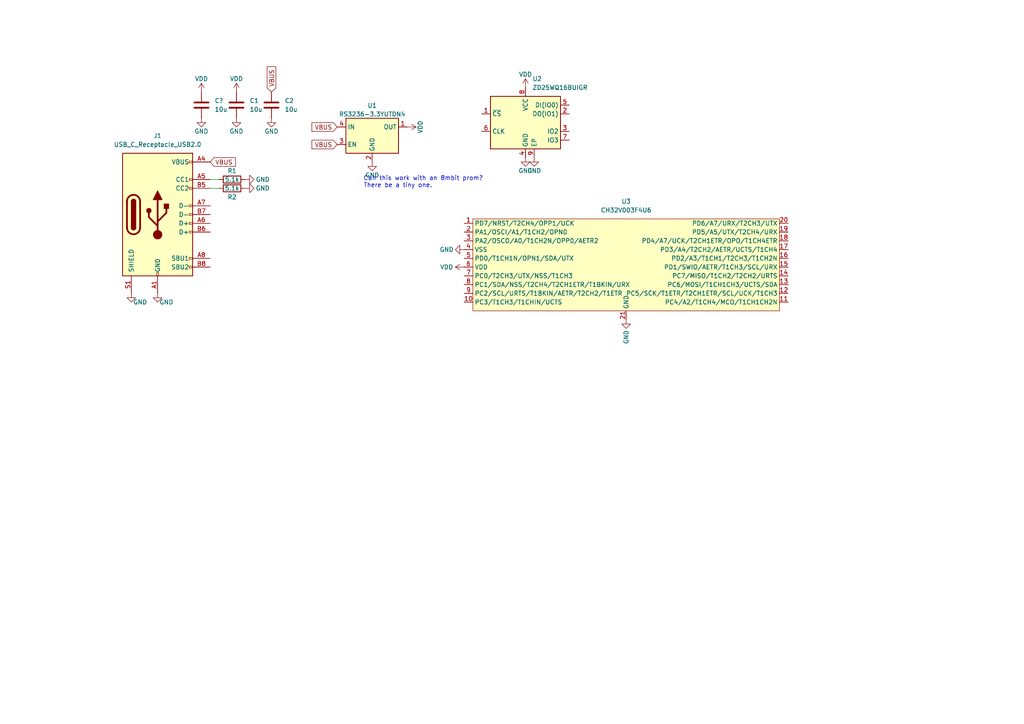
<source format=kicad_sch>
(kicad_sch (version 20211123) (generator eeschema)
  (paper "A4")
  (lib_symbols
    (symbol "CH32V003F4U6:CH32V003F4U6"
      (property "Reference" "U" (at 0 0 0))
      (property "Value" "CH32V003F4U6" (at 0 3.81 0))
      (symbol "CH32V003F4U6_0_1"
        (rectangle (start -44.45 12.7) (end 44.45 -13.97) (fill (type background)))
      )
      (symbol "CH32V003F4U6_1_1"
        (pin bidirectional line (at -46.99 11.43 0) (length 2.54) (name "PD7/NRST/T2CH4/OPP1/UCK") (number "1"))
        (pin bidirectional line (at -46.99 -11.43 0) (length 2.54) (name "PC3/T1CH3/T1CHIN/UCTS") (number "10"))
        (pin bidirectional line (at 46.99 -11.43 180) (length 2.54) (name "PC4/A2/T1CH4/MCO/T1CH1CH2N") (number "11"))
        (pin bidirectional line (at 46.99 -8.89 180) (length 2.54) (name "PC5/SCK/T1ETR/T2CH1ETR/SCL/UCK/T1CH3") (number "12"))
        (pin bidirectional line (at 46.99 -6.35 180) (length 2.54) (name "PC6/MOSI/T1CH1CH3/UCTS/SDA") (number "13"))
        (pin bidirectional line (at 46.99 -3.81 180) (length 2.54) (name "PC7/MISO/T1CH2/T2CH2/URTS") (number "14"))
        (pin bidirectional line (at 46.99 -1.27 180) (length 2.54) (name "PD1/SWIO/AETR/T1CH3/SCL/URX") (number "15"))
        (pin bidirectional line (at 46.99 1.27 180) (length 2.54) (name "PD2/A3/T1CH1/T2CH3/T1CH2N") (number "16"))
        (pin bidirectional line (at 46.99 3.81 180) (length 2.54) (name "PD3/A4/T2CH2/AETR/UCTS/T1CH4") (number "17"))
        (pin bidirectional line (at 46.99 6.35 180) (length 2.54) (name "PD4/A7/UCK/T2CH1ETR/OPO/T1CH4ETR") (number "18"))
        (pin bidirectional line (at 46.99 8.89 180) (length 2.54) (name "PD5/A5/UTX/T2CH4/URX") (number "19"))
        (pin bidirectional line (at -46.99 8.89 0) (length 2.54) (name "PA1/OSCI/A1/T1CH2/OPN0") (number "2"))
        (pin bidirectional line (at 46.99 11.43 180) (length 2.54) (name "PD6/A7/URX/T2CH3/UTX") (number "20"))
        (pin bidirectional line (at 0 -16.51 90) (length 2.54) (name "GND") (number "21"))
        (pin bidirectional line (at -46.99 6.35 0) (length 2.54) (name "PA2/OSCO/A0/T1CH2N/OPP0/AETR2") (number "3"))
        (pin bidirectional line (at -46.99 3.81 0) (length 2.54) (name "VSS") (number "4"))
        (pin bidirectional line (at -46.99 1.27 0) (length 2.54) (name "PD0/T1CH1N/OPN1/SDA/UTX") (number "5"))
        (pin bidirectional line (at -46.99 -1.27 0) (length 2.54) (name "VDD") (number "6"))
        (pin bidirectional line (at -46.99 -3.81 0) (length 2.54) (name "PC0/T2CH3/UTX/NSS/T1CH3") (number "7"))
        (pin bidirectional line (at -46.99 -6.35 0) (length 2.54) (name "PC1/SDA/NSS/T2CH4/T2CH1ETR/T1BKIN/URX") (number "8"))
        (pin bidirectional line (at -46.99 -8.89 0) (length 2.54) (name "PC2/SCL/URTS/T1BKIN/AETR/T2CH2/T1ETR") (number "9"))
      )
    )
    (symbol "Connector:USB_C_Receptacle_USB2.0" (pin_names (offset 1.016))
      (property "Reference" "J" (at -10.16 19.05 0))
      (property "Value" "USB_C_Receptacle_USB2.0" (at 19.05 19.05 0))
      (symbol "USB_C_Receptacle_USB2.0_0_0"
        (rectangle (start -0.254 -17.78) (end 0.254 -16.764))
        (rectangle (start 10.16 -14.986) (end 9.144 -15.494))
        (rectangle (start 10.16 -12.446) (end 9.144 -12.954))
        (rectangle (start 10.16 -4.826) (end 9.144 -5.334))
        (rectangle (start 10.16 -2.286) (end 9.144 -2.794))
        (rectangle (start 10.16 0.254) (end 9.144 -0.254))
        (rectangle (start 10.16 2.794) (end 9.144 2.286))
        (rectangle (start 10.16 7.874) (end 9.144 7.366))
        (rectangle (start 10.16 10.414) (end 9.144 9.906))
        (rectangle (start 10.16 15.494) (end 9.144 14.986))
      )
      (symbol "USB_C_Receptacle_USB2.0_0_1"
        (rectangle (start -10.16 17.78) (end 10.16 -17.78) (stroke (width 0.254)) (fill (type background)))
        (arc (start -8.89 -3.81) (mid -6.985 -5.715) (end -5.08 -3.81) (stroke (width 0.508)))
        (arc (start -7.62 -3.81) (mid -6.985 -4.445) (end -6.35 -3.81) (stroke (width 0.254)))
        (arc (start -7.62 -3.81) (mid -6.985 -4.445) (end -6.35 -3.81) (stroke (width 0.254)) (fill (type outline)))
        (rectangle (start -7.62 -3.81) (end -6.35 3.81) (stroke (width 0.254)) (fill (type outline)))
        (arc (start -6.35 3.81) (mid -6.985 4.445) (end -7.62 3.81) (stroke (width 0.254)))
        (arc (start -6.35 3.81) (mid -6.985 4.445) (end -7.62 3.81) (stroke (width 0.254)) (fill (type outline)))
        (arc (start -5.08 3.81) (mid -6.985 5.715) (end -8.89 3.81) (stroke (width 0.508)))
        (circle (center -2.54 1.143) (radius 0.635) (stroke (width 0.254)) (fill (type outline)))
        (circle (center 0 -5.842) (radius 1.27) (fill (type outline)))
        (polyline (pts (xy -8.89 -3.81) (xy -8.89 3.81)) (stroke (width 0.508)))
        (polyline (pts (xy -5.08 3.81) (xy -5.08 -3.81)) (stroke (width 0.508)))
        (polyline (pts (xy 0 -5.842) (xy 0 4.318)) (stroke (width 0.508)))
        (polyline (pts (xy 0 -3.302) (xy -2.54 -0.762) (xy -2.54 0.508)) (stroke (width 0.508)))
        (polyline (pts (xy 0 -2.032) (xy 2.54 0.508) (xy 2.54 1.778)) (stroke (width 0.508)))
        (polyline (pts (xy -1.27 4.318) (xy 0 6.858) (xy 1.27 4.318) (xy -1.27 4.318)) (stroke (width 0.254)) (fill (type outline)))
        (rectangle (start 1.905 1.778) (end 3.175 3.048) (stroke (width 0.254)) (fill (type outline)))
      )
      (symbol "USB_C_Receptacle_USB2.0_1_1"
        (pin passive line (at 0 -22.86 90) (length 5.08) (name "GND") (number "A1"))
        (pin passive line (at 0 -22.86 90) (length 5.08) hide (name "GND") (number "A12"))
        (pin passive line (at 15.24 15.24 180) (length 5.08) (name "VBUS") (number "A4"))
        (pin bidirectional line (at 15.24 10.16 180) (length 5.08) (name "CC1") (number "A5"))
        (pin bidirectional line (at 15.24 -2.54 180) (length 5.08) (name "D+") (number "A6"))
        (pin bidirectional line (at 15.24 2.54 180) (length 5.08) (name "D-") (number "A7"))
        (pin bidirectional line (at 15.24 -12.7 180) (length 5.08) (name "SBU1") (number "A8"))
        (pin passive line (at 15.24 15.24 180) (length 5.08) hide (name "VBUS") (number "A9"))
        (pin passive line (at 0 -22.86 90) (length 5.08) hide (name "GND") (number "B1"))
        (pin passive line (at 0 -22.86 90) (length 5.08) hide (name "GND") (number "B12"))
        (pin passive line (at 15.24 15.24 180) (length 5.08) hide (name "VBUS") (number "B4"))
        (pin bidirectional line (at 15.24 7.62 180) (length 5.08) (name "CC2") (number "B5"))
        (pin bidirectional line (at 15.24 -5.08 180) (length 5.08) (name "D+") (number "B6"))
        (pin bidirectional line (at 15.24 0 180) (length 5.08) (name "D-") (number "B7"))
        (pin bidirectional line (at 15.24 -15.24 180) (length 5.08) (name "SBU2") (number "B8"))
        (pin passive line (at 15.24 15.24 180) (length 5.08) hide (name "VBUS") (number "B9"))
        (pin passive line (at -7.62 -22.86 90) (length 5.08) (name "SHIELD") (number "S1"))
      )
    )
    (symbol "Device:C" (pin_numbers hide) (pin_names (offset 0.254))
      (property "Reference" "C" (at 0.635 2.54 0))
      (property "Value" "C" (at 0.635 -2.54 0))
      (symbol "C_0_1"
        (polyline (pts (xy -2.032 -0.762) (xy 2.032 -0.762)) (stroke (width 0.508)))
        (polyline (pts (xy -2.032 0.762) (xy 2.032 0.762)) (stroke (width 0.508)))
      )
      (symbol "C_1_1"
        (pin passive line (at 0 3.81 270) (length 2.794) (name "~") (number "1"))
        (pin passive line (at 0 -3.81 90) (length 2.794) (name "~") (number "2"))
      )
    )
    (symbol "Device:R" (pin_numbers hide) (pin_names (offset 0))
      (property "Reference" "R" (at 2.032 0 90))
      (property "Value" "R" (at 0 0 90))
      (symbol "R_0_1"
        (rectangle (start -1.016 -2.54) (end 1.016 2.54) (stroke (width 0.254)))
      )
      (symbol "R_1_1"
        (pin passive line (at 0 3.81 270) (length 1.27) (name "~") (number "1"))
        (pin passive line (at 0 -3.81 90) (length 1.27) (name "~") (number "2"))
      )
    )
    (symbol "Memory_Flash:W25Q32JVZP"
      (property "Reference" "U" (at -8.89 8.89 0))
      (property "Value" "W25Q32JVZP" (at 7.62 8.89 0))
      (symbol "W25Q32JVZP_0_1"
        (rectangle (start -10.16 7.62) (end 10.16 -7.62) (stroke (width 0.254)) (fill (type background)))
      )
      (symbol "W25Q32JVZP_1_1"
        (pin input line (at -12.7 2.54 0) (length 2.54) (name "~{CS}") (number "1"))
        (pin bidirectional line (at 12.7 2.54 180) (length 2.54) (name "DO(IO1)") (number "2"))
        (pin bidirectional line (at 12.7 -2.54 180) (length 2.54) (name "IO2") (number "3"))
        (pin power_in line (at 0 -10.16 90) (length 2.54) (name "GND") (number "4"))
        (pin bidirectional line (at 12.7 5.08 180) (length 2.54) (name "DI(IO0)") (number "5"))
        (pin input line (at -12.7 -2.54 0) (length 2.54) (name "CLK") (number "6"))
        (pin bidirectional line (at 12.7 -5.08 180) (length 2.54) (name "IO3") (number "7"))
        (pin power_in line (at 0 10.16 270) (length 2.54) (name "VCC") (number "8"))
        (pin passive line (at 2.54 -10.16 90) (length 2.54) (name "EP") (number "9"))
      )
    )
    (symbol "Regulator_Linear:NCP115AMX250TCG"
      (property "Reference" "U" (at 2.54 10.16 0))
      (property "Value" "NCP115AMX250TCG" (at 10.16 7.62 0))
      (symbol "NCP115AMX250TCG_0_1"
        (rectangle (start -7.62 5.08) (end 7.62 -5.08) (stroke (width 0.254)) (fill (type background)))
      )
      (symbol "NCP115AMX250TCG_1_1"
        (pin power_out line (at 10.16 2.54 180) (length 2.54) (name "OUT") (number "1"))
        (pin power_in line (at 0 -7.62 90) (length 2.54) (name "GND") (number "2"))
        (pin input line (at -10.16 -2.54 0) (length 2.54) (name "EN") (number "3"))
        (pin power_in line (at -10.16 2.54 0) (length 2.54) (name "IN") (number "4"))
        (pin passive line (at 0 -7.62 90) (length 2.54) hide (name "GND") (number "5"))
      )
    )
    (symbol "power:GND" (power) (pin_names (offset 0))
      (property "Value" "GND" (at 0 -3.81 0))
      (symbol "GND_0_1"
        (polyline (pts (xy 0 0) (xy 0 -1.27) (xy 1.27 -1.27) (xy 0 -2.54) (xy -1.27 -1.27) (xy 0 -1.27)))
      )
      (symbol "GND_1_1"
        (pin power_in line (at 0 0 270) (length 0) hide (name "GND") (number "1"))
      )
    )
    (symbol "power:VDD" (power) (pin_names (offset 0))
      (property "Value" "VDD" (at 0 3.81 0))
      (symbol "VDD_0_1"
        (polyline (pts (xy -0.762 1.27) (xy 0 2.54)))
        (polyline (pts (xy 0 0) (xy 0 2.54)))
        (polyline (pts (xy 0 2.54) (xy 0.762 1.27)))
      )
      (symbol "VDD_1_1"
        (pin power_in line (at 0 0 90) (length 0) hide (name "VDD") (number "1"))
      )
    )
  )
  (wire (pts (xy 60.96 52.07) (xy 63.5 52.07)))
  (wire (pts (xy 60.96 54.61) (xy 63.5 54.61)))
  (text "Can this work with an 8mbit prom?\nThere be a tiny one.\n" (at 105.41 54.61 0) (effects (font (size 1.27 1.27)) (justify left bottom)))
  (global_label "VBUS" (shape input) (at 97.79 41.91 180) (property "Intersheet References" "${INTERSHEET_REFS}" (effects hide)))
  (global_label "VBUS" (shape input) (at 60.96 46.99 0) (property "Intersheet References" "${INTERSHEET_REFS}" (effects hide)))
  (global_label "VBUS" (shape input) (at 78.74 26.67 90) (property "Intersheet References" "${INTERSHEET_REFS}" (effects hide)))
  (global_label "VBUS" (shape input) (at 97.79 36.83 180) (property "Intersheet References" "${INTERSHEET_REFS}" (effects hide)))
  (symbol (lib_id "Connector:USB_C_Receptacle_USB2.0") (at 45.72 62.23 0) (unit 1)
    (property "Reference" "J1" (at 45.72 39.37 0))
    (property "Value" "USB_C_Receptacle_USB2.0" (at 45.72 41.91 0))
    (property "Footprint" "Connector_USB:USB_C_Receptacle_HRO_TYPE-C-31-M-12" (effects hide))
    (property "Datasheet" "https://www.usb.org/sites/default/files/documents/usb_type-c.zip" (effects hide))
    (property "LCSC" "C2765186" (effects hide))
  )
  (symbol (lib_id "Regulator_Linear:NCP115AMX250TCG") (at 107.95 39.37 0) (unit 1)
    (property "Reference" "U1" (at 107.95 30.5902 0))
    (property "Value" "RS3236-3.3YUTDN4" (at 107.95 33.1271 0))
    (property "Footprint" "cnhardware:xdfn-reg" (effects hide))
    (property "Datasheet" "https://www.onsemi.com/pub/Collateral/NCP115-D.PDF" (effects hide))
    (property "LCSC" "C379350" (effects hide))
  )
  (symbol (lib_id "Device:C") (at 58.42 30.48 0) (unit 1)
    (property "Reference" "C?" (at 62.23 29.2099 0) (effects (justify left)))
    (property "Value" "10u" (at 62.23 31.7499 0) (effects (justify left)))
    (property "Footprint" "Capacitor_SMD:C_0402_1005Metric" (effects hide))
    (property "LCSC" "C315248" (effects hide))
  )
  (symbol (lib_id "power:GND") (at 68.58 34.29 0) (unit 1)
    (property "Reference" "#PWR0105" (effects hide))
    (property "Value" "GND" (at 68.58 38.1 0))
  )
  (symbol (lib_id "Device:C") (at 78.74 30.48 0) (unit 1)
    (property "Reference" "C2" (at 82.55 29.2099 0) (effects (justify left)))
    (property "Value" "10u" (at 82.55 31.7499 0) (effects (justify left)))
    (property "Footprint" "Capacitor_SMD:C_0402_1005Metric" (effects hide))
    (property "LCSC" "C315248" (effects hide))
  )
  (symbol (lib_id "power:VDD") (at 118.11 36.83 270) (unit 1)
    (property "Reference" "#PWR0110" (effects hide))
    (property "Value" "VDD" (at 121.92 36.83 0))
  )
  (symbol (lib_id "power:GND") (at 78.74 34.29 0) (unit 1)
    (property "Reference" "#PWR0113" (effects hide))
    (property "Value" "GND" (at 78.74 38.1 0))
  )
  (symbol (lib_id "Device:R") (at 67.31 54.61 90) (unit 1)
    (property "Reference" "R2" (at 67.31 57.15 90))
    (property "Value" "5.1k" (at 67.31 54.61 90))
    (property "Footprint" "Resistor_SMD:R_0402_1005Metric" (effects hide))
    (property "LCSC" "C105872" (effects hide))
  )
  (symbol (lib_id "power:VDD") (at 68.58 26.67 0) (unit 1)
    (property "Reference" "#PWR0112" (effects hide))
    (property "Value" "VDD" (at 68.58 22.86 0))
  )
  (symbol (lib_id "Device:R") (at 67.31 52.07 90) (unit 1)
    (property "Reference" "R1" (at 67.31 49.53 90))
    (property "Value" "5.1k" (at 67.31 52.07 90))
    (property "Footprint" "Resistor_SMD:R_0402_1005Metric" (effects hide))
    (property "LCSC" "C105872" (effects hide))
  )
  (symbol (lib_id "power:GND") (at 58.42 34.29 0) (unit 1)
    (property "Reference" "#PWR?" (effects hide))
    (property "Value" "GND" (at 58.42 38.1 0))
  )
  (symbol (lib_id "CH32V003F4U6:CH32V003F4U6") (at 181.61 76.2 0) (unit 1)
    (property "Reference" "U3" (at 181.61 58.42 0))
    (property "Value" "CH32V003F4U6" (at 181.61 60.96 0))
    (property "Footprint" "Package_DFN_QFN:QFN-20-1EP_3x3mm_P0.4mm_EP1.65x1.65mm" (effects hide))
    (property "LCSC" "C5299908" (effects hide))
  )
  (symbol (lib_id "Memory_Flash:W25Q32JVZP") (at 152.4 35.56 0) (unit 1)
    (property "Reference" "U2" (at 154.4194 22.86 0) (effects (justify left)))
    (property "Value" "ZD25WQ16BUIGR" (at 154.4194 25.4 0) (effects (justify left)))
    (property "Footprint" "Package_SON:SON-8-1EP_3x2mm_P0.5mm_EP1.4x1.6mm" (effects hide))
    (property "Datasheet" "http://www.winbond.com/resource-files/w25q32jv%20revg%2003272018%20plus.pdf" (effects hide))
    (property "LCSC" "C2983691" (effects hide))
  )
  (symbol (lib_id "Device:C") (at 68.58 30.48 0) (unit 1)
    (property "Reference" "C1" (at 72.39 29.2099 0) (effects (justify left)))
    (property "Value" "10u" (at 72.39 31.7499 0) (effects (justify left)))
    (property "Footprint" "Capacitor_SMD:C_0402_1005Metric" (effects hide))
    (property "LCSC" "C315248" (effects hide))
  )
  (symbol (lib_id "power:GND") (at 45.72 85.09 0) (unit 1)
    (property "Reference" "#PWR0101" (effects hide))
    (property "Value" "GND" (at 48.26 87.63 0))
  )
  (symbol (lib_id "power:GND") (at 154.94 45.72 0) (unit 1)
    (property "Reference" "#PWR0115" (effects hide))
    (property "Value" "GND" (at 154.94 49.53 0))
  )
  (symbol (lib_id "power:GND") (at 152.4 45.72 0) (unit 1)
    (property "Reference" "#PWR0114" (effects hide))
    (property "Value" "GND" (at 152.4 49.53 0))
  )
  (symbol (lib_id "power:GND") (at 38.1 85.09 0) (unit 1)
    (property "Reference" "#PWR0102" (effects hide))
    (property "Value" "GND" (at 40.64 87.63 0))
  )
  (symbol (lib_id "power:GND") (at 71.12 54.61 90) (unit 1)
    (property "Reference" "#PWR0104" (effects hide))
    (property "Value" "GND" (at 76.2 54.61 90))
  )
  (symbol (lib_id "power:GND") (at 134.62 72.39 270) (unit 1)
    (property "Reference" "#PWR0108" (effects hide))
    (property "Value" "GND" (at 129.54 72.39 90))
  )
  (symbol (lib_id "power:VDD") (at 152.4 25.4 0) (unit 1)
    (property "Reference" "#PWR0106" (effects hide))
    (property "Value" "VDD" (at 152.4 21.59 0))
  )
  (symbol (lib_id "power:GND") (at 107.95 46.99 0) (unit 1)
    (property "Reference" "#PWR0111" (effects hide))
    (property "Value" "GND" (at 107.95 50.8 0))
  )
  (symbol (lib_id "power:VDD") (at 134.62 77.47 90) (unit 1)
    (property "Reference" "#PWR0107" (effects hide))
    (property "Value" "VDD" (at 129.54 77.47 90))
  )
  (symbol (lib_id "power:GND") (at 181.61 92.71 0) (unit 1)
    (property "Reference" "#PWR0109" (effects hide))
    (property "Value" "GND" (at 181.61 97.79 90))
  )
  (symbol (lib_id "power:GND") (at 71.12 52.07 90) (unit 1)
    (property "Reference" "#PWR0103" (effects hide))
    (property "Value" "GND" (at 76.2 52.07 90))
  )
  (symbol (lib_id "power:VDD") (at 58.42 26.67 0) (unit 1)
    (property "Reference" "#PWR?" (effects hide))
    (property "Value" "VDD" (at 58.42 22.86 0))
  )
)
</source>
